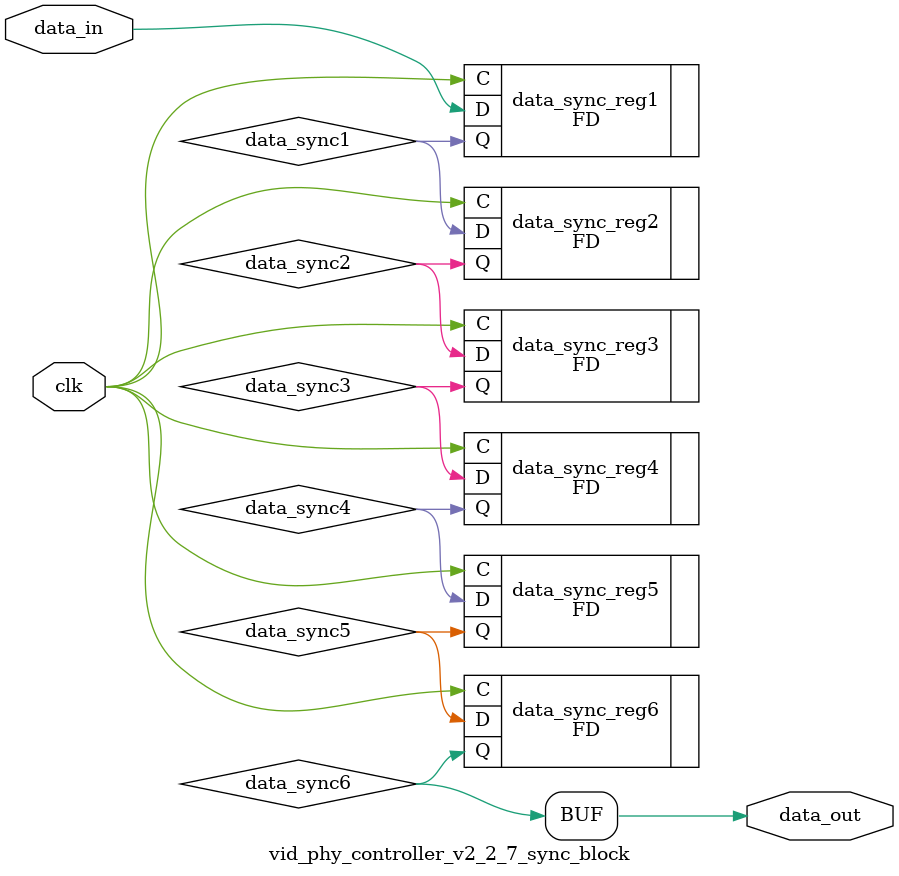
<source format=v>




`timescale 1ps / 1ps

//(* dont_touch = "yes" *)
module vid_phy_controller_v2_2_7_sync_block
  #(
  parameter INITIALISE = 6'b000000
)
(
  input        clk,              // clock to be sync'ed to
  input        data_in,          // Data to be 'synced'
  output       data_out          // synced data
);

  // Internal Signals
  wire data_sync1;
  wire data_sync2;
  wire data_sync3;
  wire data_sync4;
  wire data_sync5;
  wire data_sync6;


  (* shreg_extract = "no", ASYNC_REG = "TRUE" *)
  FD #(
    .INIT (INITIALISE[0])
  ) data_sync_reg1 (
    .C  (clk),
    .D  (data_in),
    .Q  (data_sync1)
  );


  (* shreg_extract = "no", ASYNC_REG = "TRUE" *)
  FD #(
   .INIT (INITIALISE[1])
  ) data_sync_reg2 (
  .C  (clk),
  .D  (data_sync1),
  .Q  (data_sync2)
  );


  (* shreg_extract = "no", ASYNC_REG = "TRUE" *)
  FD #(
   .INIT (INITIALISE[2])
  ) data_sync_reg3 (
  .C  (clk),
  .D  (data_sync2),
  .Q  (data_sync3)
  );

  (* shreg_extract = "no", ASYNC_REG = "TRUE" *)
  FD #(
   .INIT (INITIALISE[3])
  ) data_sync_reg4 (
  .C  (clk),
  .D  (data_sync3),
  .Q  (data_sync4)
  );

  (* shreg_extract = "no", ASYNC_REG = "TRUE" *)
  FD #(
   .INIT (INITIALISE[4])
  ) data_sync_reg5 (
  .C  (clk),
  .D  (data_sync4),
  .Q  (data_sync5)
  );

  (* shreg_extract = "no", ASYNC_REG = "TRUE" *)
  FD #(
   .INIT (INITIALISE[5])
  ) data_sync_reg6 (
  .C  (clk),
  .D  (data_sync5),
  .Q  (data_sync6)
  );
  assign data_out = data_sync6;



endmodule

</source>
